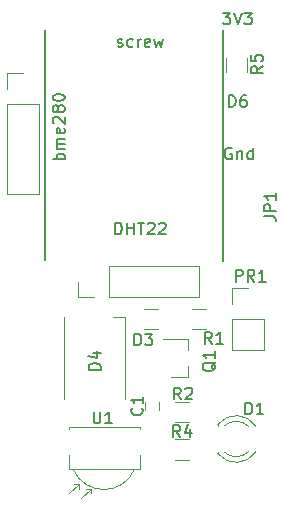
<source format=gbr>
G04 #@! TF.GenerationSoftware,KiCad,Pcbnew,5.0.0*
G04 #@! TF.CreationDate,2018-07-28T11:39:45+02:00*
G04 #@! TF.ProjectId,PTL-IR_remote,50544C2D49525F72656D6F74652E6B69,v1.1*
G04 #@! TF.SameCoordinates,Original*
G04 #@! TF.FileFunction,Legend,Top*
G04 #@! TF.FilePolarity,Positive*
%FSLAX46Y46*%
G04 Gerber Fmt 4.6, Leading zero omitted, Abs format (unit mm)*
G04 Created by KiCad (PCBNEW 5.0.0) date Sat Jul 28 11:39:45 2018*
%MOMM*%
%LPD*%
G01*
G04 APERTURE LIST*
%ADD10C,0.200000*%
%ADD11C,0.120000*%
%ADD12C,0.150000*%
G04 APERTURE END LIST*
D10*
X190944500Y-82169000D02*
X190944500Y-101727000D01*
X175831500Y-101663500D02*
X175831500Y-82169000D01*
D11*
G04 #@! TO.C,D3*
X185446000Y-107560000D02*
X184246000Y-107560000D01*
X184246000Y-105800000D02*
X185446000Y-105800000D01*
G04 #@! TO.C,D4*
X182636000Y-106482000D02*
X182636000Y-113482000D01*
X181636000Y-106482000D02*
X182636000Y-106482000D01*
X177486000Y-106482000D02*
X177486000Y-113482000D01*
G04 #@! TO.C,C1*
X185512000Y-113696000D02*
X185512000Y-114396000D01*
X184312000Y-114396000D02*
X184312000Y-113696000D01*
G04 #@! TO.C,R5*
X192904000Y-84556000D02*
X192904000Y-85756000D01*
X191144000Y-85756000D02*
X191144000Y-84556000D01*
G04 #@! TO.C,R4*
X188052000Y-118609000D02*
X186852000Y-118609000D01*
X186852000Y-116849000D02*
X188052000Y-116849000D01*
G04 #@! TO.C,R1*
X188310000Y-105800000D02*
X189510000Y-105800000D01*
X189510000Y-107560000D02*
X188310000Y-107560000D01*
G04 #@! TO.C,R2*
X188052000Y-115434000D02*
X186852000Y-115434000D01*
X186852000Y-113674000D02*
X188052000Y-113674000D01*
G04 #@! TO.C,D1*
X193696335Y-115761392D02*
G75*
G03X190464000Y-115604484I-1672335J-1078608D01*
G01*
X193696335Y-117918608D02*
G75*
G02X190464000Y-118075516I-1672335J1078608D01*
G01*
X193065130Y-115760163D02*
G75*
G03X190983039Y-115760000I-1041130J-1079837D01*
G01*
X193065130Y-117919837D02*
G75*
G02X190983039Y-117920000I-1041130J1079837D01*
G01*
X190464000Y-115604000D02*
X190464000Y-115760000D01*
X190464000Y-117920000D02*
X190464000Y-118076000D01*
G04 #@! TO.C,Q1*
X187958000Y-111562000D02*
X187958000Y-110632000D01*
X187958000Y-108402000D02*
X187958000Y-109332000D01*
X187958000Y-108402000D02*
X185798000Y-108402000D01*
X187958000Y-111562000D02*
X186498000Y-111562000D01*
G04 #@! TO.C,PR1*
X191710000Y-106680000D02*
X191710000Y-109280000D01*
X191710000Y-109280000D02*
X194370000Y-109280000D01*
X194370000Y-109280000D02*
X194370000Y-106680000D01*
X194370000Y-106680000D02*
X191710000Y-106680000D01*
X191710000Y-105410000D02*
X191710000Y-104080000D01*
X191710000Y-104080000D02*
X193040000Y-104080000D01*
G04 #@! TO.C,U1*
X183881000Y-119394000D02*
X183881000Y-118194000D01*
X183881000Y-115794000D02*
X183881000Y-115994000D01*
X177881000Y-115794000D02*
X177881000Y-115994000D01*
X183881000Y-119394000D02*
X177881000Y-119394000D01*
X177881000Y-119394000D02*
X177881000Y-118194000D01*
X183881000Y-115794000D02*
X177881000Y-115794000D01*
X178701000Y-120644000D02*
X178301000Y-120644000D01*
X178701000Y-120644000D02*
X178701000Y-121044000D01*
X178701000Y-120644000D02*
X177901000Y-121444000D01*
X179701000Y-121044000D02*
X178901000Y-121844000D01*
X179701000Y-121044000D02*
X179701000Y-121444000D01*
X179701000Y-121044000D02*
X179301000Y-121044000D01*
X178243315Y-119445321D02*
G75*
G03X183421000Y-119394000I2577685J1151321D01*
G01*
G04 #@! TO.C,bme280*
X172660000Y-96135500D02*
X175320000Y-96135500D01*
X172660000Y-88455500D02*
X172660000Y-96135500D01*
X175320000Y-88455500D02*
X175320000Y-96135500D01*
X172660000Y-88455500D02*
X175320000Y-88455500D01*
X172660000Y-87185500D02*
X172660000Y-85855500D01*
X172660000Y-85855500D02*
X173990000Y-85855500D01*
G04 #@! TO.C,DHT22*
X181229000Y-104835000D02*
X188909000Y-104835000D01*
X188909000Y-104835000D02*
X188909000Y-102175000D01*
X188909000Y-102175000D02*
X181229000Y-102175000D01*
X181229000Y-102175000D02*
X181229000Y-104835000D01*
X179959000Y-104835000D02*
X178629000Y-104835000D01*
X178629000Y-104835000D02*
X178629000Y-103505000D01*
G04 #@! TO.C,D3*
D12*
X183411904Y-108910380D02*
X183411904Y-107910380D01*
X183650000Y-107910380D01*
X183792857Y-107958000D01*
X183888095Y-108053238D01*
X183935714Y-108148476D01*
X183983333Y-108338952D01*
X183983333Y-108481809D01*
X183935714Y-108672285D01*
X183888095Y-108767523D01*
X183792857Y-108862761D01*
X183650000Y-108910380D01*
X183411904Y-108910380D01*
X184316666Y-107910380D02*
X184935714Y-107910380D01*
X184602380Y-108291333D01*
X184745238Y-108291333D01*
X184840476Y-108338952D01*
X184888095Y-108386571D01*
X184935714Y-108481809D01*
X184935714Y-108719904D01*
X184888095Y-108815142D01*
X184840476Y-108862761D01*
X184745238Y-108910380D01*
X184459523Y-108910380D01*
X184364285Y-108862761D01*
X184316666Y-108815142D01*
G04 #@! TO.C,D4*
X180538380Y-110974095D02*
X179538380Y-110974095D01*
X179538380Y-110736000D01*
X179586000Y-110593142D01*
X179681238Y-110497904D01*
X179776476Y-110450285D01*
X179966952Y-110402666D01*
X180109809Y-110402666D01*
X180300285Y-110450285D01*
X180395523Y-110497904D01*
X180490761Y-110593142D01*
X180538380Y-110736000D01*
X180538380Y-110974095D01*
X179871714Y-109545523D02*
X180538380Y-109545523D01*
X179490761Y-109783619D02*
X180205047Y-110021714D01*
X180205047Y-109402666D01*
G04 #@! TO.C,3V3*
X190912904Y-80732380D02*
X191531952Y-80732380D01*
X191198619Y-81113333D01*
X191341476Y-81113333D01*
X191436714Y-81160952D01*
X191484333Y-81208571D01*
X191531952Y-81303809D01*
X191531952Y-81541904D01*
X191484333Y-81637142D01*
X191436714Y-81684761D01*
X191341476Y-81732380D01*
X191055761Y-81732380D01*
X190960523Y-81684761D01*
X190912904Y-81637142D01*
X191817666Y-80732380D02*
X192151000Y-81732380D01*
X192484333Y-80732380D01*
X192722428Y-80732380D02*
X193341476Y-80732380D01*
X193008142Y-81113333D01*
X193151000Y-81113333D01*
X193246238Y-81160952D01*
X193293857Y-81208571D01*
X193341476Y-81303809D01*
X193341476Y-81541904D01*
X193293857Y-81637142D01*
X193246238Y-81684761D01*
X193151000Y-81732380D01*
X192865285Y-81732380D01*
X192770047Y-81684761D01*
X192722428Y-81637142D01*
G04 #@! TO.C,D6*
X191412904Y-88717380D02*
X191412904Y-87717380D01*
X191651000Y-87717380D01*
X191793857Y-87765000D01*
X191889095Y-87860238D01*
X191936714Y-87955476D01*
X191984333Y-88145952D01*
X191984333Y-88288809D01*
X191936714Y-88479285D01*
X191889095Y-88574523D01*
X191793857Y-88669761D01*
X191651000Y-88717380D01*
X191412904Y-88717380D01*
X192841476Y-87717380D02*
X192651000Y-87717380D01*
X192555761Y-87765000D01*
X192508142Y-87812619D01*
X192412904Y-87955476D01*
X192365285Y-88145952D01*
X192365285Y-88526904D01*
X192412904Y-88622142D01*
X192460523Y-88669761D01*
X192555761Y-88717380D01*
X192746238Y-88717380D01*
X192841476Y-88669761D01*
X192889095Y-88622142D01*
X192936714Y-88526904D01*
X192936714Y-88288809D01*
X192889095Y-88193571D01*
X192841476Y-88145952D01*
X192746238Y-88098333D01*
X192555761Y-88098333D01*
X192460523Y-88145952D01*
X192412904Y-88193571D01*
X192365285Y-88288809D01*
G04 #@! TO.C,Gnd*
X191635142Y-92210000D02*
X191539904Y-92162380D01*
X191397047Y-92162380D01*
X191254190Y-92210000D01*
X191158952Y-92305238D01*
X191111333Y-92400476D01*
X191063714Y-92590952D01*
X191063714Y-92733809D01*
X191111333Y-92924285D01*
X191158952Y-93019523D01*
X191254190Y-93114761D01*
X191397047Y-93162380D01*
X191492285Y-93162380D01*
X191635142Y-93114761D01*
X191682761Y-93067142D01*
X191682761Y-92733809D01*
X191492285Y-92733809D01*
X192111333Y-92495714D02*
X192111333Y-93162380D01*
X192111333Y-92590952D02*
X192158952Y-92543333D01*
X192254190Y-92495714D01*
X192397047Y-92495714D01*
X192492285Y-92543333D01*
X192539904Y-92638571D01*
X192539904Y-93162380D01*
X193444666Y-93162380D02*
X193444666Y-92162380D01*
X193444666Y-93114761D02*
X193349428Y-93162380D01*
X193158952Y-93162380D01*
X193063714Y-93114761D01*
X193016095Y-93067142D01*
X192968476Y-92971904D01*
X192968476Y-92686190D01*
X193016095Y-92590952D01*
X193063714Y-92543333D01*
X193158952Y-92495714D01*
X193349428Y-92495714D01*
X193444666Y-92543333D01*
G04 #@! TO.C,C1*
X184019142Y-114212666D02*
X184066761Y-114260285D01*
X184114380Y-114403142D01*
X184114380Y-114498380D01*
X184066761Y-114641238D01*
X183971523Y-114736476D01*
X183876285Y-114784095D01*
X183685809Y-114831714D01*
X183542952Y-114831714D01*
X183352476Y-114784095D01*
X183257238Y-114736476D01*
X183162000Y-114641238D01*
X183114380Y-114498380D01*
X183114380Y-114403142D01*
X183162000Y-114260285D01*
X183209619Y-114212666D01*
X184114380Y-113260285D02*
X184114380Y-113831714D01*
X184114380Y-113546000D02*
X183114380Y-113546000D01*
X183257238Y-113641238D01*
X183352476Y-113736476D01*
X183400095Y-113831714D01*
G04 #@! TO.C,JP1*
D10*
X194397380Y-98000333D02*
X195111666Y-98000333D01*
X195254523Y-98047952D01*
X195349761Y-98143190D01*
X195397380Y-98286047D01*
X195397380Y-98381285D01*
X195397380Y-97524142D02*
X194397380Y-97524142D01*
X194397380Y-97143190D01*
X194445000Y-97047952D01*
X194492619Y-97000333D01*
X194587857Y-96952714D01*
X194730714Y-96952714D01*
X194825952Y-97000333D01*
X194873571Y-97047952D01*
X194921190Y-97143190D01*
X194921190Y-97524142D01*
X195397380Y-96000333D02*
X195397380Y-96571761D01*
X195397380Y-96286047D02*
X194397380Y-96286047D01*
X194540238Y-96381285D01*
X194635476Y-96476523D01*
X194683095Y-96571761D01*
G04 #@! TO.C,R5*
D12*
X194254380Y-85256666D02*
X193778190Y-85590000D01*
X194254380Y-85828095D02*
X193254380Y-85828095D01*
X193254380Y-85447142D01*
X193302000Y-85351904D01*
X193349619Y-85304285D01*
X193444857Y-85256666D01*
X193587714Y-85256666D01*
X193682952Y-85304285D01*
X193730571Y-85351904D01*
X193778190Y-85447142D01*
X193778190Y-85828095D01*
X193254380Y-84351904D02*
X193254380Y-84828095D01*
X193730571Y-84875714D01*
X193682952Y-84828095D01*
X193635333Y-84732857D01*
X193635333Y-84494761D01*
X193682952Y-84399523D01*
X193730571Y-84351904D01*
X193825809Y-84304285D01*
X194063904Y-84304285D01*
X194159142Y-84351904D01*
X194206761Y-84399523D01*
X194254380Y-84494761D01*
X194254380Y-84732857D01*
X194206761Y-84828095D01*
X194159142Y-84875714D01*
G04 #@! TO.C,R4*
X187285333Y-116657380D02*
X186952000Y-116181190D01*
X186713904Y-116657380D02*
X186713904Y-115657380D01*
X187094857Y-115657380D01*
X187190095Y-115705000D01*
X187237714Y-115752619D01*
X187285333Y-115847857D01*
X187285333Y-115990714D01*
X187237714Y-116085952D01*
X187190095Y-116133571D01*
X187094857Y-116181190D01*
X186713904Y-116181190D01*
X188142476Y-115990714D02*
X188142476Y-116657380D01*
X187904380Y-115609761D02*
X187666285Y-116324047D01*
X188285333Y-116324047D01*
G04 #@! TO.C,R1*
X189952333Y-108783380D02*
X189619000Y-108307190D01*
X189380904Y-108783380D02*
X189380904Y-107783380D01*
X189761857Y-107783380D01*
X189857095Y-107831000D01*
X189904714Y-107878619D01*
X189952333Y-107973857D01*
X189952333Y-108116714D01*
X189904714Y-108211952D01*
X189857095Y-108259571D01*
X189761857Y-108307190D01*
X189380904Y-108307190D01*
X190904714Y-108783380D02*
X190333285Y-108783380D01*
X190619000Y-108783380D02*
X190619000Y-107783380D01*
X190523761Y-107926238D01*
X190428523Y-108021476D01*
X190333285Y-108069095D01*
G04 #@! TO.C,R2*
X187351333Y-113482380D02*
X187018000Y-113006190D01*
X186779904Y-113482380D02*
X186779904Y-112482380D01*
X187160857Y-112482380D01*
X187256095Y-112530000D01*
X187303714Y-112577619D01*
X187351333Y-112672857D01*
X187351333Y-112815714D01*
X187303714Y-112910952D01*
X187256095Y-112958571D01*
X187160857Y-113006190D01*
X186779904Y-113006190D01*
X187732285Y-112577619D02*
X187779904Y-112530000D01*
X187875142Y-112482380D01*
X188113238Y-112482380D01*
X188208476Y-112530000D01*
X188256095Y-112577619D01*
X188303714Y-112672857D01*
X188303714Y-112768095D01*
X188256095Y-112910952D01*
X187684666Y-113482380D01*
X188303714Y-113482380D01*
G04 #@! TO.C,D1*
X192809904Y-114752380D02*
X192809904Y-113752380D01*
X193048000Y-113752380D01*
X193190857Y-113800000D01*
X193286095Y-113895238D01*
X193333714Y-113990476D01*
X193381333Y-114180952D01*
X193381333Y-114323809D01*
X193333714Y-114514285D01*
X193286095Y-114609523D01*
X193190857Y-114704761D01*
X193048000Y-114752380D01*
X192809904Y-114752380D01*
X194333714Y-114752380D02*
X193762285Y-114752380D01*
X194048000Y-114752380D02*
X194048000Y-113752380D01*
X193952761Y-113895238D01*
X193857523Y-113990476D01*
X193762285Y-114038095D01*
G04 #@! TO.C,Q1*
X190285619Y-110331238D02*
X190238000Y-110426476D01*
X190142761Y-110521714D01*
X189999904Y-110664571D01*
X189952285Y-110759809D01*
X189952285Y-110855047D01*
X190190380Y-110807428D02*
X190142761Y-110902666D01*
X190047523Y-110997904D01*
X189857047Y-111045523D01*
X189523714Y-111045523D01*
X189333238Y-110997904D01*
X189238000Y-110902666D01*
X189190380Y-110807428D01*
X189190380Y-110616952D01*
X189238000Y-110521714D01*
X189333238Y-110426476D01*
X189523714Y-110378857D01*
X189857047Y-110378857D01*
X190047523Y-110426476D01*
X190142761Y-110521714D01*
X190190380Y-110616952D01*
X190190380Y-110807428D01*
X190190380Y-109426476D02*
X190190380Y-109997904D01*
X190190380Y-109712190D02*
X189190380Y-109712190D01*
X189333238Y-109807428D01*
X189428476Y-109902666D01*
X189476095Y-109997904D01*
G04 #@! TO.C,PR1*
X191992404Y-103512880D02*
X191992404Y-102512880D01*
X192373357Y-102512880D01*
X192468595Y-102560500D01*
X192516214Y-102608119D01*
X192563833Y-102703357D01*
X192563833Y-102846214D01*
X192516214Y-102941452D01*
X192468595Y-102989071D01*
X192373357Y-103036690D01*
X191992404Y-103036690D01*
X193563833Y-103512880D02*
X193230500Y-103036690D01*
X192992404Y-103512880D02*
X192992404Y-102512880D01*
X193373357Y-102512880D01*
X193468595Y-102560500D01*
X193516214Y-102608119D01*
X193563833Y-102703357D01*
X193563833Y-102846214D01*
X193516214Y-102941452D01*
X193468595Y-102989071D01*
X193373357Y-103036690D01*
X192992404Y-103036690D01*
X194516214Y-103512880D02*
X193944785Y-103512880D01*
X194230500Y-103512880D02*
X194230500Y-102512880D01*
X194135261Y-102655738D01*
X194040023Y-102750976D01*
X193944785Y-102798595D01*
G04 #@! TO.C,U1*
X179959095Y-114514380D02*
X179959095Y-115323904D01*
X180006714Y-115419142D01*
X180054333Y-115466761D01*
X180149571Y-115514380D01*
X180340047Y-115514380D01*
X180435285Y-115466761D01*
X180482904Y-115419142D01*
X180530523Y-115323904D01*
X180530523Y-114514380D01*
X181530523Y-115514380D02*
X180959095Y-115514380D01*
X181244809Y-115514380D02*
X181244809Y-114514380D01*
X181149571Y-114657238D01*
X181054333Y-114752476D01*
X180959095Y-114800095D01*
G04 #@! TO.C,bme280*
X177490380Y-93162095D02*
X176490380Y-93162095D01*
X176871333Y-93162095D02*
X176823714Y-93066857D01*
X176823714Y-92876380D01*
X176871333Y-92781142D01*
X176918952Y-92733523D01*
X177014190Y-92685904D01*
X177299904Y-92685904D01*
X177395142Y-92733523D01*
X177442761Y-92781142D01*
X177490380Y-92876380D01*
X177490380Y-93066857D01*
X177442761Y-93162095D01*
X177490380Y-92257333D02*
X176823714Y-92257333D01*
X176918952Y-92257333D02*
X176871333Y-92209714D01*
X176823714Y-92114476D01*
X176823714Y-91971619D01*
X176871333Y-91876380D01*
X176966571Y-91828761D01*
X177490380Y-91828761D01*
X176966571Y-91828761D02*
X176871333Y-91781142D01*
X176823714Y-91685904D01*
X176823714Y-91543047D01*
X176871333Y-91447809D01*
X176966571Y-91400190D01*
X177490380Y-91400190D01*
X177442761Y-90543047D02*
X177490380Y-90638285D01*
X177490380Y-90828761D01*
X177442761Y-90924000D01*
X177347523Y-90971619D01*
X176966571Y-90971619D01*
X176871333Y-90924000D01*
X176823714Y-90828761D01*
X176823714Y-90638285D01*
X176871333Y-90543047D01*
X176966571Y-90495428D01*
X177061809Y-90495428D01*
X177157047Y-90971619D01*
X176585619Y-90114476D02*
X176538000Y-90066857D01*
X176490380Y-89971619D01*
X176490380Y-89733523D01*
X176538000Y-89638285D01*
X176585619Y-89590666D01*
X176680857Y-89543047D01*
X176776095Y-89543047D01*
X176918952Y-89590666D01*
X177490380Y-90162095D01*
X177490380Y-89543047D01*
X176918952Y-88971619D02*
X176871333Y-89066857D01*
X176823714Y-89114476D01*
X176728476Y-89162095D01*
X176680857Y-89162095D01*
X176585619Y-89114476D01*
X176538000Y-89066857D01*
X176490380Y-88971619D01*
X176490380Y-88781142D01*
X176538000Y-88685904D01*
X176585619Y-88638285D01*
X176680857Y-88590666D01*
X176728476Y-88590666D01*
X176823714Y-88638285D01*
X176871333Y-88685904D01*
X176918952Y-88781142D01*
X176918952Y-88971619D01*
X176966571Y-89066857D01*
X177014190Y-89114476D01*
X177109428Y-89162095D01*
X177299904Y-89162095D01*
X177395142Y-89114476D01*
X177442761Y-89066857D01*
X177490380Y-88971619D01*
X177490380Y-88781142D01*
X177442761Y-88685904D01*
X177395142Y-88638285D01*
X177299904Y-88590666D01*
X177109428Y-88590666D01*
X177014190Y-88638285D01*
X176966571Y-88685904D01*
X176918952Y-88781142D01*
X176490380Y-87971619D02*
X176490380Y-87876380D01*
X176538000Y-87781142D01*
X176585619Y-87733523D01*
X176680857Y-87685904D01*
X176871333Y-87638285D01*
X177109428Y-87638285D01*
X177299904Y-87685904D01*
X177395142Y-87733523D01*
X177442761Y-87781142D01*
X177490380Y-87876380D01*
X177490380Y-87971619D01*
X177442761Y-88066857D01*
X177395142Y-88114476D01*
X177299904Y-88162095D01*
X177109428Y-88209714D01*
X176871333Y-88209714D01*
X176680857Y-88162095D01*
X176585619Y-88114476D01*
X176538000Y-88066857D01*
X176490380Y-87971619D01*
G04 #@! TO.C,DHT22*
X181776952Y-99512380D02*
X181776952Y-98512380D01*
X182015047Y-98512380D01*
X182157904Y-98560000D01*
X182253142Y-98655238D01*
X182300761Y-98750476D01*
X182348380Y-98940952D01*
X182348380Y-99083809D01*
X182300761Y-99274285D01*
X182253142Y-99369523D01*
X182157904Y-99464761D01*
X182015047Y-99512380D01*
X181776952Y-99512380D01*
X182776952Y-99512380D02*
X182776952Y-98512380D01*
X182776952Y-98988571D02*
X183348380Y-98988571D01*
X183348380Y-99512380D02*
X183348380Y-98512380D01*
X183681714Y-98512380D02*
X184253142Y-98512380D01*
X183967428Y-99512380D02*
X183967428Y-98512380D01*
X184538857Y-98607619D02*
X184586476Y-98560000D01*
X184681714Y-98512380D01*
X184919809Y-98512380D01*
X185015047Y-98560000D01*
X185062666Y-98607619D01*
X185110285Y-98702857D01*
X185110285Y-98798095D01*
X185062666Y-98940952D01*
X184491238Y-99512380D01*
X185110285Y-99512380D01*
X185491238Y-98607619D02*
X185538857Y-98560000D01*
X185634095Y-98512380D01*
X185872190Y-98512380D01*
X185967428Y-98560000D01*
X186015047Y-98607619D01*
X186062666Y-98702857D01*
X186062666Y-98798095D01*
X186015047Y-98940952D01*
X185443619Y-99512380D01*
X186062666Y-99512380D01*
G04 #@! TO.C,screw*
X181991238Y-83589761D02*
X182086476Y-83637380D01*
X182276952Y-83637380D01*
X182372190Y-83589761D01*
X182419809Y-83494523D01*
X182419809Y-83446904D01*
X182372190Y-83351666D01*
X182276952Y-83304047D01*
X182134095Y-83304047D01*
X182038857Y-83256428D01*
X181991238Y-83161190D01*
X181991238Y-83113571D01*
X182038857Y-83018333D01*
X182134095Y-82970714D01*
X182276952Y-82970714D01*
X182372190Y-83018333D01*
X183276952Y-83589761D02*
X183181714Y-83637380D01*
X182991238Y-83637380D01*
X182896000Y-83589761D01*
X182848380Y-83542142D01*
X182800761Y-83446904D01*
X182800761Y-83161190D01*
X182848380Y-83065952D01*
X182896000Y-83018333D01*
X182991238Y-82970714D01*
X183181714Y-82970714D01*
X183276952Y-83018333D01*
X183705523Y-83637380D02*
X183705523Y-82970714D01*
X183705523Y-83161190D02*
X183753142Y-83065952D01*
X183800761Y-83018333D01*
X183896000Y-82970714D01*
X183991238Y-82970714D01*
X184705523Y-83589761D02*
X184610285Y-83637380D01*
X184419809Y-83637380D01*
X184324571Y-83589761D01*
X184276952Y-83494523D01*
X184276952Y-83113571D01*
X184324571Y-83018333D01*
X184419809Y-82970714D01*
X184610285Y-82970714D01*
X184705523Y-83018333D01*
X184753142Y-83113571D01*
X184753142Y-83208809D01*
X184276952Y-83304047D01*
X185086476Y-82970714D02*
X185276952Y-83637380D01*
X185467428Y-83161190D01*
X185657904Y-83637380D01*
X185848380Y-82970714D01*
G04 #@! TD*
M02*

</source>
